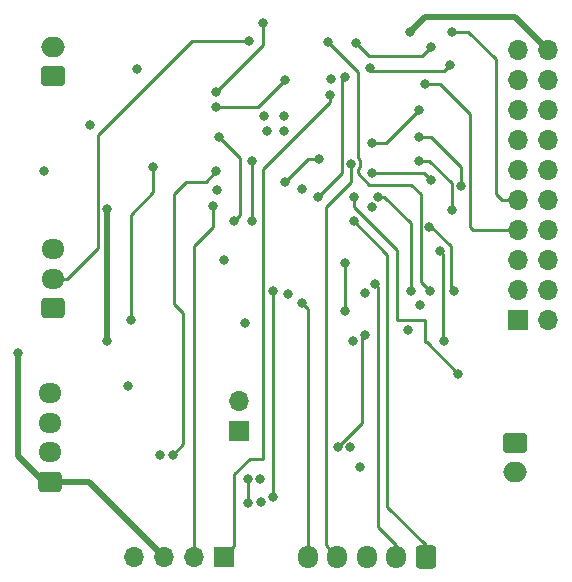
<source format=gbl>
%TF.GenerationSoftware,KiCad,Pcbnew,7.0.9*%
%TF.CreationDate,2023-12-28T11:13:04-05:00*%
%TF.ProjectId,esp32_sensor_node,65737033-325f-4736-956e-736f725f6e6f,rev?*%
%TF.SameCoordinates,Original*%
%TF.FileFunction,Copper,L4,Bot*%
%TF.FilePolarity,Positive*%
%FSLAX46Y46*%
G04 Gerber Fmt 4.6, Leading zero omitted, Abs format (unit mm)*
G04 Created by KiCad (PCBNEW 7.0.9) date 2023-12-28 11:13:04*
%MOMM*%
%LPD*%
G01*
G04 APERTURE LIST*
G04 Aperture macros list*
%AMRoundRect*
0 Rectangle with rounded corners*
0 $1 Rounding radius*
0 $2 $3 $4 $5 $6 $7 $8 $9 X,Y pos of 4 corners*
0 Add a 4 corners polygon primitive as box body*
4,1,4,$2,$3,$4,$5,$6,$7,$8,$9,$2,$3,0*
0 Add four circle primitives for the rounded corners*
1,1,$1+$1,$2,$3*
1,1,$1+$1,$4,$5*
1,1,$1+$1,$6,$7*
1,1,$1+$1,$8,$9*
0 Add four rect primitives between the rounded corners*
20,1,$1+$1,$2,$3,$4,$5,0*
20,1,$1+$1,$4,$5,$6,$7,0*
20,1,$1+$1,$6,$7,$8,$9,0*
20,1,$1+$1,$8,$9,$2,$3,0*%
G04 Aperture macros list end*
%TA.AperFunction,ComponentPad*%
%ADD10RoundRect,0.250000X0.750000X-0.600000X0.750000X0.600000X-0.750000X0.600000X-0.750000X-0.600000X0*%
%TD*%
%TA.AperFunction,ComponentPad*%
%ADD11O,2.000000X1.700000*%
%TD*%
%TA.AperFunction,ComponentPad*%
%ADD12RoundRect,0.250000X0.725000X-0.600000X0.725000X0.600000X-0.725000X0.600000X-0.725000X-0.600000X0*%
%TD*%
%TA.AperFunction,ComponentPad*%
%ADD13O,1.950000X1.700000*%
%TD*%
%TA.AperFunction,ComponentPad*%
%ADD14R,1.700000X1.700000*%
%TD*%
%TA.AperFunction,ComponentPad*%
%ADD15O,1.700000X1.700000*%
%TD*%
%TA.AperFunction,ComponentPad*%
%ADD16RoundRect,0.250000X-0.750000X0.600000X-0.750000X-0.600000X0.750000X-0.600000X0.750000X0.600000X0*%
%TD*%
%TA.AperFunction,ComponentPad*%
%ADD17RoundRect,0.250000X0.600000X0.725000X-0.600000X0.725000X-0.600000X-0.725000X0.600000X-0.725000X0*%
%TD*%
%TA.AperFunction,ComponentPad*%
%ADD18O,1.700000X1.950000*%
%TD*%
%TA.AperFunction,ViaPad*%
%ADD19C,0.800000*%
%TD*%
%TA.AperFunction,Conductor*%
%ADD20C,0.500000*%
%TD*%
%TA.AperFunction,Conductor*%
%ADD21C,0.254000*%
%TD*%
G04 APERTURE END LIST*
D10*
%TO.P,J_PWRIN1,1,Pin_1*%
%TO.N,+5V*%
X25400000Y-33996000D03*
D11*
%TO.P,J_PWRIN1,2,Pin_2*%
%TO.N,GND*%
X25400000Y-31496000D03*
%TD*%
D12*
%TO.P,JST_XH_AIR1,1,Pin_1*%
%TO.N,+3.3V*%
X25400000Y-53641000D03*
D13*
%TO.P,JST_XH_AIR1,2,Pin_2*%
%TO.N,Net-(JST_XH_AIR1-Pin_2)*%
X25400000Y-51141000D03*
%TO.P,JST_XH_AIR1,3,Pin_3*%
%TO.N,GND*%
X25400000Y-48641000D03*
%TD*%
D12*
%TO.P,JST_XH_SOIL5V1,1,Pin_1*%
%TO.N,+5V*%
X25146000Y-68326000D03*
D13*
%TO.P,JST_XH_SOIL5V1,2,Pin_2*%
%TO.N,Net-(JST_XH_SOIL5V1-Pin_2)*%
X25146000Y-65826000D03*
%TO.P,JST_XH_SOIL5V1,3,Pin_3*%
%TO.N,Net-(JST_XH_SOIL5V1-Pin_3)*%
X25146000Y-63326000D03*
%TO.P,JST_XH_SOIL5V1,4,Pin_4*%
%TO.N,Net-(JST_XH_SOIL5V1-Pin_4)*%
X25146000Y-60826000D03*
%TD*%
D14*
%TO.P,J_PROG1,1,Pin_1*%
%TO.N,Net-(J_PROG1-Pin_1)*%
X39878000Y-74676000D03*
D15*
%TO.P,J_PROG1,2,Pin_2*%
%TO.N,Net-(J_PROG1-Pin_2)*%
X37338000Y-74676000D03*
%TO.P,J_PROG1,3,Pin_3*%
%TO.N,+5V*%
X34798000Y-74676000D03*
%TO.P,J_PROG1,4,Pin_4*%
%TO.N,GND*%
X32258000Y-74676000D03*
%TD*%
D16*
%TO.P,J_ACT_OUT1,1,Pin_1*%
%TO.N,Net-(J_ACT_OUT1-Pin_1)*%
X64516000Y-65024000D03*
D11*
%TO.P,J_ACT_OUT1,2,Pin_2*%
%TO.N,GND*%
X64516000Y-67524000D03*
%TD*%
D14*
%TO.P,JP1,1,A*%
%TO.N,GND*%
X41121000Y-64008000D03*
D15*
%TO.P,JP1,2,B*%
%TO.N,Net-(JP1-B)*%
X41121000Y-61468000D03*
%TD*%
D14*
%TO.P,J1,1,Pin_1*%
%TO.N,GPIO13*%
X64770000Y-54610000D03*
D15*
%TO.P,J1,2,Pin_2*%
%TO.N,+3.3V*%
X67310000Y-54610000D03*
%TO.P,J1,3,Pin_3*%
%TO.N,GPIO18*%
X64770000Y-52070000D03*
%TO.P,J1,4,Pin_4*%
%TO.N,+3.3V*%
X67310000Y-52070000D03*
%TO.P,J1,5,Pin_5*%
%TO.N,GPIO19*%
X64770000Y-49530000D03*
%TO.P,J1,6,Pin_6*%
%TO.N,GND*%
X67310000Y-49530000D03*
%TO.P,J1,7,Pin_7*%
%TO.N,GPIO21*%
X64770000Y-46990000D03*
%TO.P,J1,8,Pin_8*%
%TO.N,GND*%
X67310000Y-46990000D03*
%TO.P,J1,9,Pin_9*%
%TO.N,GPIO23*%
X64770000Y-44450000D03*
%TO.P,J1,10,Pin_10*%
%TO.N,GND*%
X67310000Y-44450000D03*
%TO.P,J1,11,Pin_11*%
%TO.N,GPIO26*%
X64770000Y-41910000D03*
%TO.P,J1,12,Pin_12*%
%TO.N,GND*%
X67310000Y-41910000D03*
%TO.P,J1,13,Pin_13*%
%TO.N,GPIO34*%
X64770000Y-39370000D03*
%TO.P,J1,14,Pin_14*%
%TO.N,GND*%
X67310000Y-39370000D03*
%TO.P,J1,15,Pin_15*%
%TO.N,GPIO35*%
X64770000Y-36830000D03*
%TO.P,J1,16,Pin_16*%
%TO.N,GND*%
X67310000Y-36830000D03*
%TO.P,J1,17,Pin_17*%
%TO.N,GPIO36*%
X64770000Y-34290000D03*
%TO.P,J1,18,Pin_18*%
%TO.N,GND*%
X67310000Y-34290000D03*
%TO.P,J1,19,Pin_19*%
%TO.N,GPIO39*%
X64770000Y-31750000D03*
%TO.P,J1,20,Pin_20*%
%TO.N,GND*%
X67310000Y-31750000D03*
%TD*%
D17*
%TO.P,JST_XH_CC1,1,Pin_1*%
%TO.N,ACT_IN*%
X56956000Y-74676000D03*
D18*
%TO.P,JST_XH_CC1,2,Pin_2*%
%TO.N,TX_CC*%
X54456000Y-74676000D03*
%TO.P,JST_XH_CC1,3,Pin_3*%
%TO.N,RX_CC*%
X51956000Y-74676000D03*
%TO.P,JST_XH_CC1,4,Pin_4*%
%TO.N,RDY*%
X49456000Y-74676000D03*
%TO.P,JST_XH_CC1,5,Pin_5*%
%TO.N,WKP*%
X46956000Y-74676000D03*
%TD*%
D19*
%TO.N,+5V*%
X22452000Y-57404000D03*
X29972000Y-56388000D03*
X29972000Y-45212000D03*
%TO.N,+3.3V*%
X31750000Y-60198000D03*
X55472000Y-55499000D03*
X32512000Y-33401000D03*
X41656000Y-54864000D03*
%TO.N,GPIO18*%
X56388000Y-41148000D03*
X59182000Y-45339000D03*
%TO.N,GPIO19*%
X56388000Y-39116000D03*
X59944000Y-43307000D03*
%TO.N,GPIO21*%
X56845200Y-34696400D03*
%TO.N,GPIO23*%
X59182000Y-30226000D03*
%TO.N,GPIO26*%
X45058000Y-42926000D03*
X52424000Y-42164000D03*
X57404000Y-42799000D03*
X47904400Y-41046400D03*
%TO.N,ACT_IN*%
X42264000Y-46228000D03*
X50836500Y-46291500D03*
X42264000Y-41148000D03*
%TO.N,TX_CC*%
X52678000Y-51562000D03*
%TO.N,RX_CC*%
X44042000Y-52205500D03*
X44042000Y-69596000D03*
%TO.N,GPIO34*%
X52424000Y-39624000D03*
X56388000Y-36830000D03*
X39216000Y-36576000D03*
X45058000Y-34290000D03*
%TO.N,RDY*%
X50646000Y-41402000D03*
%TO.N,GPIO35*%
X59028000Y-33020000D03*
X52197000Y-33309500D03*
%TO.N,WKP*%
X46455000Y-53213000D03*
%TO.N,GPIO36*%
X57404000Y-31496000D03*
X51054000Y-31191200D03*
%TO.N,GPIO39*%
X39216000Y-35306000D03*
X43153000Y-29464000D03*
%TO.N,Net-(JST_XH_AIR1-Pin_2)*%
X42010000Y-30988000D03*
%TO.N,Net-(J_PROG1-Pin_1)*%
X48868000Y-35560000D03*
%TO.N,Net-(J_PROG1-Pin_2)*%
X47852000Y-44196000D03*
X50138000Y-34036000D03*
X38962000Y-44958000D03*
%TO.N,SENSOR_EN*%
X31977000Y-54610000D03*
X33882000Y-41656000D03*
%TO.N,RS485_\u002ARE*%
X50138000Y-49784000D03*
X50138000Y-53848000D03*
%TO.N,GND*%
X51765200Y-52374800D03*
X56489600Y-53340000D03*
X50808500Y-56388000D03*
X43027600Y-70053200D03*
X52374800Y-45110400D03*
X44957500Y-37338000D03*
X51408000Y-67056000D03*
X44957500Y-38608000D03*
X55626000Y-30226000D03*
X45262800Y-52476400D03*
X28548000Y-38100000D03*
X48920400Y-34239200D03*
X46431200Y-43535600D03*
X50572064Y-65354864D03*
X42909503Y-68072000D03*
X24638000Y-42011600D03*
X43534000Y-38608000D03*
X39846000Y-49530000D03*
X43280000Y-37338000D03*
X34442400Y-66040000D03*
X39242511Y-43652500D03*
%TO.N,RESET*%
X48666400Y-31140400D03*
X57277000Y-52197000D03*
%TO.N,GPIO0{slash}BOOT*%
X57250000Y-46736000D03*
X59309000Y-52197000D03*
%TO.N,Net-(U2-ADC2_CH0{slash}GPIO4)*%
X58520000Y-56388000D03*
X58166000Y-48768000D03*
%TO.N,Net-(U2-GPIO16)*%
X51789000Y-55880000D03*
X41910000Y-70104000D03*
X41910000Y-68072000D03*
X55709545Y-52215912D03*
X52932000Y-44196000D03*
X49494500Y-65405000D03*
%TO.N,Net-(U2-GPIO17)*%
X35560000Y-66040000D03*
X39216000Y-42037000D03*
%TO.N,Net-(J_ACT_OUT1-Pin_1)*%
X39470000Y-39116000D03*
X50900000Y-44196000D03*
X59690000Y-59182000D03*
X40740000Y-46228000D03*
%TD*%
D20*
%TO.N,+5V*%
X28448000Y-68326000D02*
X25146000Y-68326000D01*
X34798000Y-74676000D02*
X28448000Y-68326000D01*
X24638000Y-68326000D02*
X22452000Y-66140000D01*
X29972000Y-56388000D02*
X29972000Y-45212000D01*
X22452000Y-66140000D02*
X22452000Y-57404000D01*
X34684000Y-74435000D02*
X34684000Y-74676000D01*
D21*
%TO.N,GPIO18*%
X57250000Y-41148000D02*
X56388000Y-41148000D01*
X59182000Y-45339000D02*
X59182000Y-43080000D01*
X59182000Y-43080000D02*
X57250000Y-41148000D01*
%TO.N,GPIO19*%
X59944000Y-43307000D02*
X59944000Y-41656000D01*
X59944000Y-41656000D02*
X57404000Y-39116000D01*
X57404000Y-39116000D02*
X56388000Y-39116000D01*
%TO.N,GPIO21*%
X60706000Y-37238000D02*
X60706000Y-46736000D01*
X60960000Y-46990000D02*
X64770000Y-46990000D01*
X60706000Y-46736000D02*
X60960000Y-46990000D01*
X58164400Y-34696400D02*
X60706000Y-37238000D01*
X56845200Y-34696400D02*
X58164400Y-34696400D01*
%TO.N,GPIO23*%
X64770000Y-44450000D02*
X63373000Y-44450000D01*
X60552000Y-30226000D02*
X59182000Y-30226000D01*
X63373000Y-44450000D02*
X62865000Y-43942000D01*
X62865000Y-43942000D02*
X62865000Y-32539000D01*
X62865000Y-32539000D02*
X60552000Y-30226000D01*
%TO.N,GPIO26*%
X56769000Y-42164000D02*
X52424000Y-42164000D01*
X47904400Y-41046400D02*
X46937600Y-41046400D01*
X46937600Y-41046400D02*
X45058000Y-42926000D01*
X57404000Y-42799000D02*
X56769000Y-42164000D01*
%TO.N,ACT_IN*%
X53694000Y-70458000D02*
X56956000Y-73720000D01*
X53694000Y-49149000D02*
X53694000Y-70458000D01*
X56956000Y-73720000D02*
X56956000Y-74676000D01*
X42264000Y-46228000D02*
X42264000Y-41148000D01*
X50836500Y-46291500D02*
X53694000Y-49149000D01*
%TO.N,TX_CC*%
X52678000Y-51562000D02*
X52932000Y-51816000D01*
X52932000Y-72136000D02*
X54456000Y-73660000D01*
X54456000Y-73660000D02*
X54456000Y-74676000D01*
X52932000Y-51816000D02*
X52932000Y-72136000D01*
%TO.N,RX_CC*%
X44042000Y-69596000D02*
X44042000Y-52205500D01*
%TO.N,GPIO34*%
X53594000Y-39624000D02*
X52424000Y-39624000D01*
X45058000Y-34290000D02*
X42772000Y-36576000D01*
X56388000Y-36830000D02*
X53594000Y-39624000D01*
X42772000Y-36576000D02*
X39216000Y-36576000D01*
%TO.N,RDY*%
X50646000Y-41402000D02*
X50646000Y-42953000D01*
X48514000Y-45085000D02*
X48514000Y-73734000D01*
X50646000Y-42953000D02*
X48514000Y-45085000D01*
X48514000Y-73734000D02*
X49456000Y-74676000D01*
%TO.N,GPIO35*%
X58520000Y-33528000D02*
X52415500Y-33528000D01*
X52415500Y-33528000D02*
X52197000Y-33309500D01*
X58520000Y-33528000D02*
X59028000Y-33020000D01*
%TO.N,WKP*%
X46455000Y-53213000D02*
X46956000Y-53714000D01*
X46956000Y-53714000D02*
X46956000Y-74676000D01*
%TO.N,GPIO36*%
X56642000Y-32258000D02*
X57404000Y-31496000D01*
X52120800Y-32258000D02*
X56642000Y-32258000D01*
X51054000Y-31191200D02*
X52120800Y-32258000D01*
%TO.N,GPIO39*%
X39216000Y-35306000D02*
X43153000Y-31369000D01*
X43153000Y-31369000D02*
X43153000Y-29464000D01*
%TO.N,Net-(JST_XH_AIR1-Pin_2)*%
X29210000Y-38962000D02*
X37184000Y-30988000D01*
X26583000Y-51141000D02*
X29210000Y-48514000D01*
X37184000Y-30988000D02*
X42010000Y-30988000D01*
X25400000Y-51141000D02*
X26583000Y-51141000D01*
X29210000Y-48514000D02*
X29210000Y-38962000D01*
%TO.N,Net-(J_PROG1-Pin_1)*%
X40748000Y-67685288D02*
X40748000Y-73806000D01*
X40748000Y-73806000D02*
X39878000Y-74676000D01*
X43180000Y-41876933D02*
X43180000Y-66395600D01*
X43180000Y-66395600D02*
X42037688Y-66395600D01*
X42037688Y-66395600D02*
X40748000Y-67685288D01*
X48868000Y-36188933D02*
X43180000Y-41876933D01*
X48868000Y-35560000D02*
X48868000Y-36188933D01*
%TO.N,Net-(J_PROG1-Pin_2)*%
X37338000Y-48414000D02*
X37338000Y-74676000D01*
X50138000Y-34036000D02*
X49884000Y-34290000D01*
X49884000Y-34290000D02*
X49884000Y-42164000D01*
X38962000Y-44958000D02*
X38962000Y-46790000D01*
X49884000Y-42164000D02*
X47852000Y-44196000D01*
X38962000Y-46790000D02*
X37338000Y-48414000D01*
%TO.N,SENSOR_EN*%
X33882000Y-41656000D02*
X33882000Y-43815000D01*
X33882000Y-43815000D02*
X31977000Y-45720000D01*
X31977000Y-45720000D02*
X31977000Y-54610000D01*
%TO.N,RS485_\u002ARE*%
X50138000Y-53848000D02*
X50138000Y-49784000D01*
D20*
%TO.N,GND*%
X64516000Y-28956000D02*
X67310000Y-31750000D01*
X56896000Y-28956000D02*
X64516000Y-28956000D01*
X55626000Y-30226000D02*
X56896000Y-28956000D01*
D21*
%TO.N,RESET*%
X51373000Y-41100866D02*
X51373000Y-41703134D01*
X48666400Y-31140400D02*
X51181000Y-33655000D01*
X51181000Y-33655000D02*
X51181000Y-40908866D01*
X56523000Y-43964866D02*
X56523000Y-51443000D01*
X51181000Y-40908866D02*
X51373000Y-41100866D01*
X55738134Y-43180000D02*
X56523000Y-43964866D01*
X51373000Y-41703134D02*
X51181000Y-41895134D01*
X51181000Y-42191000D02*
X52170000Y-43180000D01*
X52170000Y-43180000D02*
X55738134Y-43180000D01*
X51181000Y-41895134D02*
X51181000Y-42191000D01*
X56523000Y-51443000D02*
X57277000Y-52197000D01*
%TO.N,GPIO0{slash}BOOT*%
X59055000Y-51943000D02*
X59055000Y-48387000D01*
X59309000Y-52197000D02*
X59055000Y-51943000D01*
X57404000Y-46736000D02*
X57250000Y-46736000D01*
X59055000Y-48387000D02*
X57404000Y-46736000D01*
%TO.N,Net-(U2-ADC2_CH0{slash}GPIO4)*%
X58166000Y-48768000D02*
X58420000Y-49022000D01*
X58420000Y-49022000D02*
X58420000Y-56288000D01*
X58420000Y-56288000D02*
X58520000Y-56388000D01*
%TO.N,Net-(U2-GPIO16)*%
X51535000Y-63364500D02*
X51535000Y-56134000D01*
X41910000Y-68072000D02*
X41910000Y-70104000D01*
X49494500Y-65405000D02*
X51535000Y-63364500D01*
X55709545Y-46465545D02*
X55709545Y-52215912D01*
X51535000Y-56134000D02*
X51789000Y-55880000D01*
X52932000Y-44196000D02*
X53440000Y-44196000D01*
X53440000Y-44196000D02*
X55709545Y-46465545D01*
%TO.N,Net-(U2-GPIO17)*%
X36422000Y-65178000D02*
X36422000Y-54089866D01*
X36676000Y-42926000D02*
X38327000Y-42926000D01*
X35660000Y-43942000D02*
X36676000Y-42926000D01*
X36422000Y-54089866D02*
X35660000Y-53327866D01*
X35660000Y-53327866D02*
X35660000Y-43942000D01*
X38327000Y-42926000D02*
X39216000Y-42037000D01*
X35560000Y-66040000D02*
X36422000Y-65178000D01*
%TO.N,Net-(J_ACT_OUT1-Pin_1)*%
X40740000Y-46228000D02*
X41248000Y-45720000D01*
X59690000Y-59182000D02*
X57023000Y-56515000D01*
X59690000Y-59182000D02*
X59690000Y-59082000D01*
X41248000Y-45720000D02*
X41248000Y-40894000D01*
X56896000Y-54610000D02*
X54483000Y-54610000D01*
X54483000Y-54610000D02*
X54483000Y-48691800D01*
X41248000Y-40894000D02*
X39470000Y-39116000D01*
X50900000Y-45108800D02*
X50900000Y-44196000D01*
X57023000Y-56515000D02*
X56896000Y-56515000D01*
X56896000Y-56515000D02*
X56896000Y-54610000D01*
X54483000Y-48691800D02*
X50900000Y-45108800D01*
%TD*%
M02*

</source>
